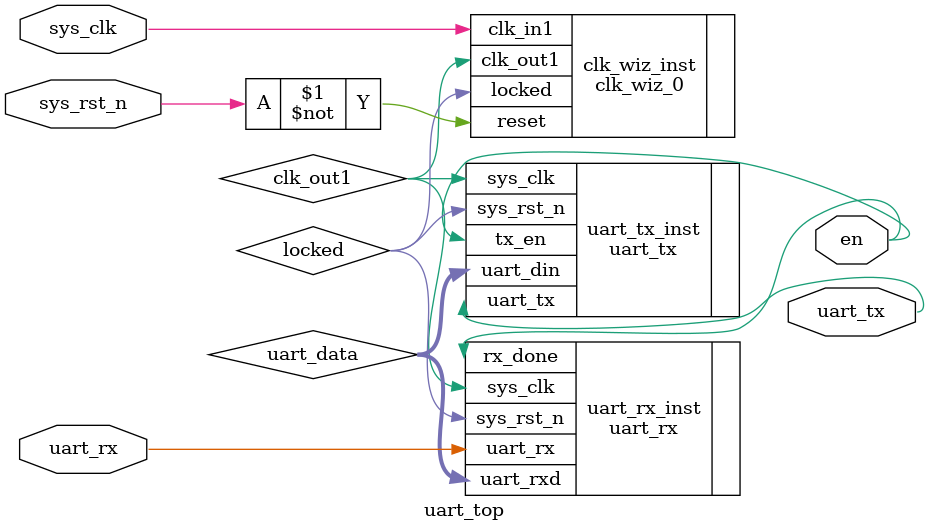
<source format=v>
`timescale 1ns / 1ps


module uart_top(
    input sys_clk,  //时钟
    input sys_rst_n,     //复位

    input uart_rx,  //  接收数据线
    output uart_tx,  //  发送数据线
    output wire en
    );

    parameter CLOCK_FREQ = 50_000_000;  //时钟频率
    parameter UART_BPS = 10_000_000;      //波特率


    wire [7:0] uart_data;

    wire clk_out1;
    wire locked;
    
    clk_wiz_0 clk_wiz_inst
    (
    // Clock out ports  
    .clk_out1(clk_out1),
    // Status and control signals               
    .reset(~sys_rst_n), 
    .locked(locked),
    // Clock in ports
    .clk_in1(sys_clk)
    );

    // 实例化模块
    uart_rx #(
        .CLOCK_FREQ(CLOCK_FREQ),
        .UART_BPS(UART_BPS)
    ) 
    uart_rx_inst(
        .sys_clk(clk_out1),
        .sys_rst_n(locked),
        .uart_rx(uart_rx),

        .uart_rxd(uart_data),
        .rx_done(en)
    );


    uart_tx  #(
        .CLOCK_FREQ(CLOCK_FREQ),
        .UART_BPS(UART_BPS)
    ) 
    uart_tx_inst(
        .sys_clk(clk_out1),
        .sys_rst_n(locked),

        .uart_din(uart_data),
        .tx_en(en),
        .uart_tx(uart_tx)
    ); 
/*



    // 实例化模块
    uart_rx #(
        .CLOCK_FREQ(CLOCK_FREQ),
        .UART_BPS(UART_BPS)
    ) 
    uart_rx_inst(
        .sys_clk(sys_clk),
        .sys_rst_n(sys_rst_n),
        .uart_rx(uart_rx),

        .uart_rxd(uart_data),
        .rx_done(en)
    );


    uart_tx  #(
        .CLOCK_FREQ(CLOCK_FREQ),
        .UART_BPS(UART_BPS)
    ) 
    uart_tx_inst(
        .sys_clk(sys_clk),
        .sys_rst_n(sys_rst_n),

        .uart_din(uart_data),
        .tx_en(en),
        .uart_tx(uart_tx)
    );

    */   
endmodule

</source>
